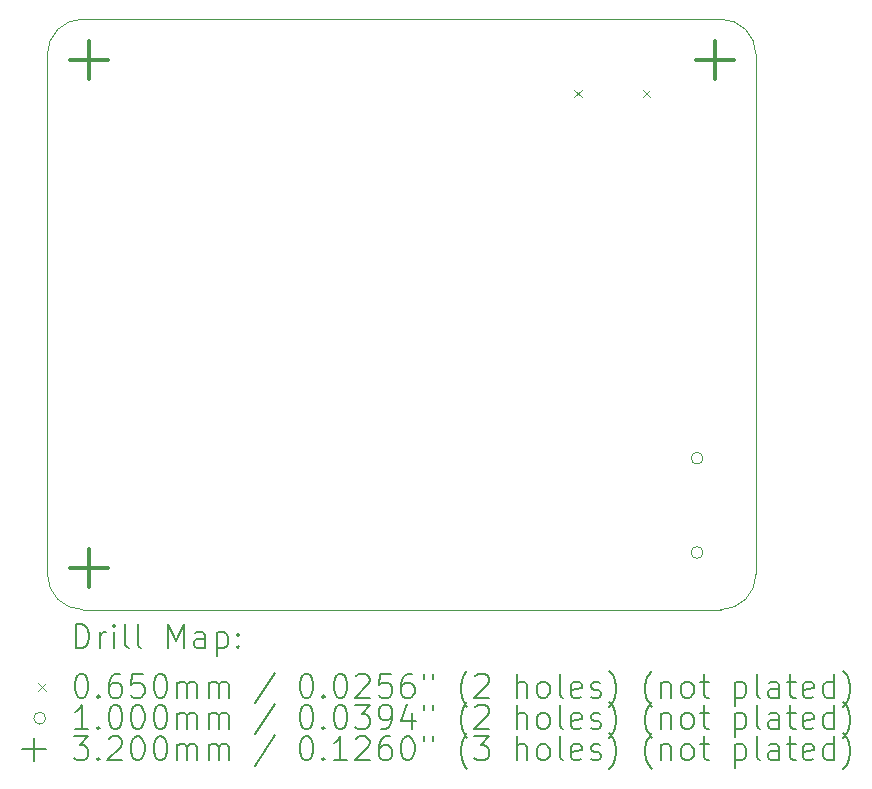
<source format=gbr>
%FSLAX45Y45*%
G04 Gerber Fmt 4.5, Leading zero omitted, Abs format (unit mm)*
G04 Created by KiCad (PCBNEW (5.99.0-11444-g3c721c55de)) date 2021-10-03 12:02:14*
%MOMM*%
%LPD*%
G01*
G04 APERTURE LIST*
%TA.AperFunction,Profile*%
%ADD10C,0.100000*%
%TD*%
%ADD11C,0.200000*%
%ADD12C,0.065000*%
%ADD13C,0.100000*%
%ADD14C,0.320000*%
G04 APERTURE END LIST*
D10*
X5700000Y-5000000D02*
X300000Y-5000000D01*
X6000000Y-300000D02*
X6000000Y-4700000D01*
X300000Y0D02*
X5700000Y0D01*
X0Y-4700000D02*
X0Y-300000D01*
X0Y-4700000D02*
G75*
G03*
X300000Y-5000000I300000J0D01*
G01*
X5700000Y-5000000D02*
G75*
G03*
X6000000Y-4700000I0J300000D01*
G01*
X6000000Y-300000D02*
G75*
G03*
X5700000Y0I-300000J0D01*
G01*
X300000Y0D02*
G75*
G03*
X0Y-300000I0J-300000D01*
G01*
D11*
D12*
X4461320Y-597580D02*
X4526320Y-662580D01*
X4526320Y-597580D02*
X4461320Y-662580D01*
X5039320Y-597580D02*
X5104320Y-662580D01*
X5104320Y-597580D02*
X5039320Y-662580D01*
D13*
X5550880Y-3718360D02*
G75*
G03*
X5550880Y-3718360I-50000J0D01*
G01*
X5550880Y-4516360D02*
G75*
G03*
X5550880Y-4516360I-50000J0D01*
G01*
D14*
X350000Y-190000D02*
X350000Y-510000D01*
X190000Y-350000D02*
X510000Y-350000D01*
X350000Y-4490000D02*
X350000Y-4810000D01*
X190000Y-4650000D02*
X510000Y-4650000D01*
X5650000Y-190000D02*
X5650000Y-510000D01*
X5490000Y-350000D02*
X5810000Y-350000D01*
D11*
X242619Y-5325476D02*
X242619Y-5125476D01*
X290238Y-5125476D01*
X318810Y-5135000D01*
X337857Y-5154048D01*
X347381Y-5173095D01*
X356905Y-5211190D01*
X356905Y-5239762D01*
X347381Y-5277857D01*
X337857Y-5296905D01*
X318810Y-5315952D01*
X290238Y-5325476D01*
X242619Y-5325476D01*
X442619Y-5325476D02*
X442619Y-5192143D01*
X442619Y-5230238D02*
X452143Y-5211190D01*
X461667Y-5201667D01*
X480714Y-5192143D01*
X499762Y-5192143D01*
X566429Y-5325476D02*
X566429Y-5192143D01*
X566429Y-5125476D02*
X556905Y-5135000D01*
X566429Y-5144524D01*
X575952Y-5135000D01*
X566429Y-5125476D01*
X566429Y-5144524D01*
X690238Y-5325476D02*
X671190Y-5315952D01*
X661667Y-5296905D01*
X661667Y-5125476D01*
X795000Y-5325476D02*
X775952Y-5315952D01*
X766428Y-5296905D01*
X766428Y-5125476D01*
X1023571Y-5325476D02*
X1023571Y-5125476D01*
X1090238Y-5268333D01*
X1156905Y-5125476D01*
X1156905Y-5325476D01*
X1337857Y-5325476D02*
X1337857Y-5220714D01*
X1328333Y-5201667D01*
X1309286Y-5192143D01*
X1271190Y-5192143D01*
X1252143Y-5201667D01*
X1337857Y-5315952D02*
X1318810Y-5325476D01*
X1271190Y-5325476D01*
X1252143Y-5315952D01*
X1242619Y-5296905D01*
X1242619Y-5277857D01*
X1252143Y-5258810D01*
X1271190Y-5249286D01*
X1318810Y-5249286D01*
X1337857Y-5239762D01*
X1433095Y-5192143D02*
X1433095Y-5392143D01*
X1433095Y-5201667D02*
X1452143Y-5192143D01*
X1490238Y-5192143D01*
X1509286Y-5201667D01*
X1518809Y-5211190D01*
X1528333Y-5230238D01*
X1528333Y-5287381D01*
X1518809Y-5306429D01*
X1509286Y-5315952D01*
X1490238Y-5325476D01*
X1452143Y-5325476D01*
X1433095Y-5315952D01*
X1614048Y-5306429D02*
X1623571Y-5315952D01*
X1614048Y-5325476D01*
X1604524Y-5315952D01*
X1614048Y-5306429D01*
X1614048Y-5325476D01*
X1614048Y-5201667D02*
X1623571Y-5211190D01*
X1614048Y-5220714D01*
X1604524Y-5211190D01*
X1614048Y-5201667D01*
X1614048Y-5220714D01*
D12*
X-80000Y-5622500D02*
X-15000Y-5687500D01*
X-15000Y-5622500D02*
X-80000Y-5687500D01*
D11*
X280714Y-5545476D02*
X299762Y-5545476D01*
X318810Y-5555000D01*
X328333Y-5564524D01*
X337857Y-5583571D01*
X347381Y-5621667D01*
X347381Y-5669286D01*
X337857Y-5707381D01*
X328333Y-5726428D01*
X318810Y-5735952D01*
X299762Y-5745476D01*
X280714Y-5745476D01*
X261667Y-5735952D01*
X252143Y-5726428D01*
X242619Y-5707381D01*
X233095Y-5669286D01*
X233095Y-5621667D01*
X242619Y-5583571D01*
X252143Y-5564524D01*
X261667Y-5555000D01*
X280714Y-5545476D01*
X433095Y-5726428D02*
X442619Y-5735952D01*
X433095Y-5745476D01*
X423571Y-5735952D01*
X433095Y-5726428D01*
X433095Y-5745476D01*
X614048Y-5545476D02*
X575952Y-5545476D01*
X556905Y-5555000D01*
X547381Y-5564524D01*
X528333Y-5593095D01*
X518809Y-5631190D01*
X518809Y-5707381D01*
X528333Y-5726428D01*
X537857Y-5735952D01*
X556905Y-5745476D01*
X595000Y-5745476D01*
X614048Y-5735952D01*
X623571Y-5726428D01*
X633095Y-5707381D01*
X633095Y-5659762D01*
X623571Y-5640714D01*
X614048Y-5631190D01*
X595000Y-5621667D01*
X556905Y-5621667D01*
X537857Y-5631190D01*
X528333Y-5640714D01*
X518809Y-5659762D01*
X814048Y-5545476D02*
X718809Y-5545476D01*
X709286Y-5640714D01*
X718809Y-5631190D01*
X737857Y-5621667D01*
X785476Y-5621667D01*
X804524Y-5631190D01*
X814048Y-5640714D01*
X823571Y-5659762D01*
X823571Y-5707381D01*
X814048Y-5726428D01*
X804524Y-5735952D01*
X785476Y-5745476D01*
X737857Y-5745476D01*
X718809Y-5735952D01*
X709286Y-5726428D01*
X947381Y-5545476D02*
X966428Y-5545476D01*
X985476Y-5555000D01*
X995000Y-5564524D01*
X1004524Y-5583571D01*
X1014048Y-5621667D01*
X1014048Y-5669286D01*
X1004524Y-5707381D01*
X995000Y-5726428D01*
X985476Y-5735952D01*
X966428Y-5745476D01*
X947381Y-5745476D01*
X928333Y-5735952D01*
X918809Y-5726428D01*
X909286Y-5707381D01*
X899762Y-5669286D01*
X899762Y-5621667D01*
X909286Y-5583571D01*
X918809Y-5564524D01*
X928333Y-5555000D01*
X947381Y-5545476D01*
X1099762Y-5745476D02*
X1099762Y-5612143D01*
X1099762Y-5631190D02*
X1109286Y-5621667D01*
X1128333Y-5612143D01*
X1156905Y-5612143D01*
X1175952Y-5621667D01*
X1185476Y-5640714D01*
X1185476Y-5745476D01*
X1185476Y-5640714D02*
X1195000Y-5621667D01*
X1214048Y-5612143D01*
X1242619Y-5612143D01*
X1261667Y-5621667D01*
X1271190Y-5640714D01*
X1271190Y-5745476D01*
X1366429Y-5745476D02*
X1366429Y-5612143D01*
X1366429Y-5631190D02*
X1375952Y-5621667D01*
X1395000Y-5612143D01*
X1423571Y-5612143D01*
X1442619Y-5621667D01*
X1452143Y-5640714D01*
X1452143Y-5745476D01*
X1452143Y-5640714D02*
X1461667Y-5621667D01*
X1480714Y-5612143D01*
X1509286Y-5612143D01*
X1528333Y-5621667D01*
X1537857Y-5640714D01*
X1537857Y-5745476D01*
X1928333Y-5535952D02*
X1756905Y-5793095D01*
X2185476Y-5545476D02*
X2204524Y-5545476D01*
X2223571Y-5555000D01*
X2233095Y-5564524D01*
X2242619Y-5583571D01*
X2252143Y-5621667D01*
X2252143Y-5669286D01*
X2242619Y-5707381D01*
X2233095Y-5726428D01*
X2223571Y-5735952D01*
X2204524Y-5745476D01*
X2185476Y-5745476D01*
X2166429Y-5735952D01*
X2156905Y-5726428D01*
X2147381Y-5707381D01*
X2137857Y-5669286D01*
X2137857Y-5621667D01*
X2147381Y-5583571D01*
X2156905Y-5564524D01*
X2166429Y-5555000D01*
X2185476Y-5545476D01*
X2337857Y-5726428D02*
X2347381Y-5735952D01*
X2337857Y-5745476D01*
X2328333Y-5735952D01*
X2337857Y-5726428D01*
X2337857Y-5745476D01*
X2471190Y-5545476D02*
X2490238Y-5545476D01*
X2509286Y-5555000D01*
X2518810Y-5564524D01*
X2528333Y-5583571D01*
X2537857Y-5621667D01*
X2537857Y-5669286D01*
X2528333Y-5707381D01*
X2518810Y-5726428D01*
X2509286Y-5735952D01*
X2490238Y-5745476D01*
X2471190Y-5745476D01*
X2452143Y-5735952D01*
X2442619Y-5726428D01*
X2433095Y-5707381D01*
X2423571Y-5669286D01*
X2423571Y-5621667D01*
X2433095Y-5583571D01*
X2442619Y-5564524D01*
X2452143Y-5555000D01*
X2471190Y-5545476D01*
X2614048Y-5564524D02*
X2623571Y-5555000D01*
X2642619Y-5545476D01*
X2690238Y-5545476D01*
X2709286Y-5555000D01*
X2718810Y-5564524D01*
X2728333Y-5583571D01*
X2728333Y-5602619D01*
X2718810Y-5631190D01*
X2604524Y-5745476D01*
X2728333Y-5745476D01*
X2909286Y-5545476D02*
X2814048Y-5545476D01*
X2804524Y-5640714D01*
X2814048Y-5631190D01*
X2833095Y-5621667D01*
X2880714Y-5621667D01*
X2899762Y-5631190D01*
X2909286Y-5640714D01*
X2918809Y-5659762D01*
X2918809Y-5707381D01*
X2909286Y-5726428D01*
X2899762Y-5735952D01*
X2880714Y-5745476D01*
X2833095Y-5745476D01*
X2814048Y-5735952D01*
X2804524Y-5726428D01*
X3090238Y-5545476D02*
X3052143Y-5545476D01*
X3033095Y-5555000D01*
X3023571Y-5564524D01*
X3004524Y-5593095D01*
X2995000Y-5631190D01*
X2995000Y-5707381D01*
X3004524Y-5726428D01*
X3014048Y-5735952D01*
X3033095Y-5745476D01*
X3071190Y-5745476D01*
X3090238Y-5735952D01*
X3099762Y-5726428D01*
X3109286Y-5707381D01*
X3109286Y-5659762D01*
X3099762Y-5640714D01*
X3090238Y-5631190D01*
X3071190Y-5621667D01*
X3033095Y-5621667D01*
X3014048Y-5631190D01*
X3004524Y-5640714D01*
X2995000Y-5659762D01*
X3185476Y-5545476D02*
X3185476Y-5583571D01*
X3261667Y-5545476D02*
X3261667Y-5583571D01*
X3556905Y-5821667D02*
X3547381Y-5812143D01*
X3528333Y-5783571D01*
X3518809Y-5764524D01*
X3509286Y-5735952D01*
X3499762Y-5688333D01*
X3499762Y-5650238D01*
X3509286Y-5602619D01*
X3518809Y-5574048D01*
X3528333Y-5555000D01*
X3547381Y-5526429D01*
X3556905Y-5516905D01*
X3623571Y-5564524D02*
X3633095Y-5555000D01*
X3652143Y-5545476D01*
X3699762Y-5545476D01*
X3718809Y-5555000D01*
X3728333Y-5564524D01*
X3737857Y-5583571D01*
X3737857Y-5602619D01*
X3728333Y-5631190D01*
X3614048Y-5745476D01*
X3737857Y-5745476D01*
X3975952Y-5745476D02*
X3975952Y-5545476D01*
X4061667Y-5745476D02*
X4061667Y-5640714D01*
X4052143Y-5621667D01*
X4033095Y-5612143D01*
X4004524Y-5612143D01*
X3985476Y-5621667D01*
X3975952Y-5631190D01*
X4185476Y-5745476D02*
X4166428Y-5735952D01*
X4156905Y-5726428D01*
X4147381Y-5707381D01*
X4147381Y-5650238D01*
X4156905Y-5631190D01*
X4166428Y-5621667D01*
X4185476Y-5612143D01*
X4214048Y-5612143D01*
X4233095Y-5621667D01*
X4242619Y-5631190D01*
X4252143Y-5650238D01*
X4252143Y-5707381D01*
X4242619Y-5726428D01*
X4233095Y-5735952D01*
X4214048Y-5745476D01*
X4185476Y-5745476D01*
X4366429Y-5745476D02*
X4347381Y-5735952D01*
X4337857Y-5716905D01*
X4337857Y-5545476D01*
X4518810Y-5735952D02*
X4499762Y-5745476D01*
X4461667Y-5745476D01*
X4442619Y-5735952D01*
X4433095Y-5716905D01*
X4433095Y-5640714D01*
X4442619Y-5621667D01*
X4461667Y-5612143D01*
X4499762Y-5612143D01*
X4518810Y-5621667D01*
X4528333Y-5640714D01*
X4528333Y-5659762D01*
X4433095Y-5678809D01*
X4604524Y-5735952D02*
X4623571Y-5745476D01*
X4661667Y-5745476D01*
X4680714Y-5735952D01*
X4690238Y-5716905D01*
X4690238Y-5707381D01*
X4680714Y-5688333D01*
X4661667Y-5678809D01*
X4633095Y-5678809D01*
X4614048Y-5669286D01*
X4604524Y-5650238D01*
X4604524Y-5640714D01*
X4614048Y-5621667D01*
X4633095Y-5612143D01*
X4661667Y-5612143D01*
X4680714Y-5621667D01*
X4756905Y-5821667D02*
X4766429Y-5812143D01*
X4785476Y-5783571D01*
X4795000Y-5764524D01*
X4804524Y-5735952D01*
X4814048Y-5688333D01*
X4814048Y-5650238D01*
X4804524Y-5602619D01*
X4795000Y-5574048D01*
X4785476Y-5555000D01*
X4766429Y-5526429D01*
X4756905Y-5516905D01*
X5118810Y-5821667D02*
X5109286Y-5812143D01*
X5090238Y-5783571D01*
X5080714Y-5764524D01*
X5071190Y-5735952D01*
X5061667Y-5688333D01*
X5061667Y-5650238D01*
X5071190Y-5602619D01*
X5080714Y-5574048D01*
X5090238Y-5555000D01*
X5109286Y-5526429D01*
X5118810Y-5516905D01*
X5195000Y-5612143D02*
X5195000Y-5745476D01*
X5195000Y-5631190D02*
X5204524Y-5621667D01*
X5223571Y-5612143D01*
X5252143Y-5612143D01*
X5271190Y-5621667D01*
X5280714Y-5640714D01*
X5280714Y-5745476D01*
X5404524Y-5745476D02*
X5385476Y-5735952D01*
X5375952Y-5726428D01*
X5366429Y-5707381D01*
X5366429Y-5650238D01*
X5375952Y-5631190D01*
X5385476Y-5621667D01*
X5404524Y-5612143D01*
X5433095Y-5612143D01*
X5452143Y-5621667D01*
X5461667Y-5631190D01*
X5471190Y-5650238D01*
X5471190Y-5707381D01*
X5461667Y-5726428D01*
X5452143Y-5735952D01*
X5433095Y-5745476D01*
X5404524Y-5745476D01*
X5528333Y-5612143D02*
X5604524Y-5612143D01*
X5556905Y-5545476D02*
X5556905Y-5716905D01*
X5566429Y-5735952D01*
X5585476Y-5745476D01*
X5604524Y-5745476D01*
X5823571Y-5612143D02*
X5823571Y-5812143D01*
X5823571Y-5621667D02*
X5842619Y-5612143D01*
X5880714Y-5612143D01*
X5899762Y-5621667D01*
X5909286Y-5631190D01*
X5918809Y-5650238D01*
X5918809Y-5707381D01*
X5909286Y-5726428D01*
X5899762Y-5735952D01*
X5880714Y-5745476D01*
X5842619Y-5745476D01*
X5823571Y-5735952D01*
X6033095Y-5745476D02*
X6014048Y-5735952D01*
X6004524Y-5716905D01*
X6004524Y-5545476D01*
X6195000Y-5745476D02*
X6195000Y-5640714D01*
X6185476Y-5621667D01*
X6166428Y-5612143D01*
X6128333Y-5612143D01*
X6109286Y-5621667D01*
X6195000Y-5735952D02*
X6175952Y-5745476D01*
X6128333Y-5745476D01*
X6109286Y-5735952D01*
X6099762Y-5716905D01*
X6099762Y-5697857D01*
X6109286Y-5678809D01*
X6128333Y-5669286D01*
X6175952Y-5669286D01*
X6195000Y-5659762D01*
X6261667Y-5612143D02*
X6337857Y-5612143D01*
X6290238Y-5545476D02*
X6290238Y-5716905D01*
X6299762Y-5735952D01*
X6318809Y-5745476D01*
X6337857Y-5745476D01*
X6480714Y-5735952D02*
X6461667Y-5745476D01*
X6423571Y-5745476D01*
X6404524Y-5735952D01*
X6395000Y-5716905D01*
X6395000Y-5640714D01*
X6404524Y-5621667D01*
X6423571Y-5612143D01*
X6461667Y-5612143D01*
X6480714Y-5621667D01*
X6490238Y-5640714D01*
X6490238Y-5659762D01*
X6395000Y-5678809D01*
X6661667Y-5745476D02*
X6661667Y-5545476D01*
X6661667Y-5735952D02*
X6642619Y-5745476D01*
X6604524Y-5745476D01*
X6585476Y-5735952D01*
X6575952Y-5726428D01*
X6566428Y-5707381D01*
X6566428Y-5650238D01*
X6575952Y-5631190D01*
X6585476Y-5621667D01*
X6604524Y-5612143D01*
X6642619Y-5612143D01*
X6661667Y-5621667D01*
X6737857Y-5821667D02*
X6747381Y-5812143D01*
X6766428Y-5783571D01*
X6775952Y-5764524D01*
X6785476Y-5735952D01*
X6795000Y-5688333D01*
X6795000Y-5650238D01*
X6785476Y-5602619D01*
X6775952Y-5574048D01*
X6766428Y-5555000D01*
X6747381Y-5526429D01*
X6737857Y-5516905D01*
D13*
X-15000Y-5919000D02*
G75*
G03*
X-15000Y-5919000I-50000J0D01*
G01*
D11*
X347381Y-6009476D02*
X233095Y-6009476D01*
X290238Y-6009476D02*
X290238Y-5809476D01*
X271190Y-5838048D01*
X252143Y-5857095D01*
X233095Y-5866619D01*
X433095Y-5990428D02*
X442619Y-5999952D01*
X433095Y-6009476D01*
X423571Y-5999952D01*
X433095Y-5990428D01*
X433095Y-6009476D01*
X566429Y-5809476D02*
X585476Y-5809476D01*
X604524Y-5819000D01*
X614048Y-5828524D01*
X623571Y-5847571D01*
X633095Y-5885667D01*
X633095Y-5933286D01*
X623571Y-5971381D01*
X614048Y-5990428D01*
X604524Y-5999952D01*
X585476Y-6009476D01*
X566429Y-6009476D01*
X547381Y-5999952D01*
X537857Y-5990428D01*
X528333Y-5971381D01*
X518809Y-5933286D01*
X518809Y-5885667D01*
X528333Y-5847571D01*
X537857Y-5828524D01*
X547381Y-5819000D01*
X566429Y-5809476D01*
X756905Y-5809476D02*
X775952Y-5809476D01*
X795000Y-5819000D01*
X804524Y-5828524D01*
X814048Y-5847571D01*
X823571Y-5885667D01*
X823571Y-5933286D01*
X814048Y-5971381D01*
X804524Y-5990428D01*
X795000Y-5999952D01*
X775952Y-6009476D01*
X756905Y-6009476D01*
X737857Y-5999952D01*
X728333Y-5990428D01*
X718809Y-5971381D01*
X709286Y-5933286D01*
X709286Y-5885667D01*
X718809Y-5847571D01*
X728333Y-5828524D01*
X737857Y-5819000D01*
X756905Y-5809476D01*
X947381Y-5809476D02*
X966428Y-5809476D01*
X985476Y-5819000D01*
X995000Y-5828524D01*
X1004524Y-5847571D01*
X1014048Y-5885667D01*
X1014048Y-5933286D01*
X1004524Y-5971381D01*
X995000Y-5990428D01*
X985476Y-5999952D01*
X966428Y-6009476D01*
X947381Y-6009476D01*
X928333Y-5999952D01*
X918809Y-5990428D01*
X909286Y-5971381D01*
X899762Y-5933286D01*
X899762Y-5885667D01*
X909286Y-5847571D01*
X918809Y-5828524D01*
X928333Y-5819000D01*
X947381Y-5809476D01*
X1099762Y-6009476D02*
X1099762Y-5876143D01*
X1099762Y-5895190D02*
X1109286Y-5885667D01*
X1128333Y-5876143D01*
X1156905Y-5876143D01*
X1175952Y-5885667D01*
X1185476Y-5904714D01*
X1185476Y-6009476D01*
X1185476Y-5904714D02*
X1195000Y-5885667D01*
X1214048Y-5876143D01*
X1242619Y-5876143D01*
X1261667Y-5885667D01*
X1271190Y-5904714D01*
X1271190Y-6009476D01*
X1366429Y-6009476D02*
X1366429Y-5876143D01*
X1366429Y-5895190D02*
X1375952Y-5885667D01*
X1395000Y-5876143D01*
X1423571Y-5876143D01*
X1442619Y-5885667D01*
X1452143Y-5904714D01*
X1452143Y-6009476D01*
X1452143Y-5904714D02*
X1461667Y-5885667D01*
X1480714Y-5876143D01*
X1509286Y-5876143D01*
X1528333Y-5885667D01*
X1537857Y-5904714D01*
X1537857Y-6009476D01*
X1928333Y-5799952D02*
X1756905Y-6057095D01*
X2185476Y-5809476D02*
X2204524Y-5809476D01*
X2223571Y-5819000D01*
X2233095Y-5828524D01*
X2242619Y-5847571D01*
X2252143Y-5885667D01*
X2252143Y-5933286D01*
X2242619Y-5971381D01*
X2233095Y-5990428D01*
X2223571Y-5999952D01*
X2204524Y-6009476D01*
X2185476Y-6009476D01*
X2166429Y-5999952D01*
X2156905Y-5990428D01*
X2147381Y-5971381D01*
X2137857Y-5933286D01*
X2137857Y-5885667D01*
X2147381Y-5847571D01*
X2156905Y-5828524D01*
X2166429Y-5819000D01*
X2185476Y-5809476D01*
X2337857Y-5990428D02*
X2347381Y-5999952D01*
X2337857Y-6009476D01*
X2328333Y-5999952D01*
X2337857Y-5990428D01*
X2337857Y-6009476D01*
X2471190Y-5809476D02*
X2490238Y-5809476D01*
X2509286Y-5819000D01*
X2518810Y-5828524D01*
X2528333Y-5847571D01*
X2537857Y-5885667D01*
X2537857Y-5933286D01*
X2528333Y-5971381D01*
X2518810Y-5990428D01*
X2509286Y-5999952D01*
X2490238Y-6009476D01*
X2471190Y-6009476D01*
X2452143Y-5999952D01*
X2442619Y-5990428D01*
X2433095Y-5971381D01*
X2423571Y-5933286D01*
X2423571Y-5885667D01*
X2433095Y-5847571D01*
X2442619Y-5828524D01*
X2452143Y-5819000D01*
X2471190Y-5809476D01*
X2604524Y-5809476D02*
X2728333Y-5809476D01*
X2661667Y-5885667D01*
X2690238Y-5885667D01*
X2709286Y-5895190D01*
X2718810Y-5904714D01*
X2728333Y-5923762D01*
X2728333Y-5971381D01*
X2718810Y-5990428D01*
X2709286Y-5999952D01*
X2690238Y-6009476D01*
X2633095Y-6009476D01*
X2614048Y-5999952D01*
X2604524Y-5990428D01*
X2823571Y-6009476D02*
X2861667Y-6009476D01*
X2880714Y-5999952D01*
X2890238Y-5990428D01*
X2909286Y-5961857D01*
X2918809Y-5923762D01*
X2918809Y-5847571D01*
X2909286Y-5828524D01*
X2899762Y-5819000D01*
X2880714Y-5809476D01*
X2842619Y-5809476D01*
X2823571Y-5819000D01*
X2814048Y-5828524D01*
X2804524Y-5847571D01*
X2804524Y-5895190D01*
X2814048Y-5914238D01*
X2823571Y-5923762D01*
X2842619Y-5933286D01*
X2880714Y-5933286D01*
X2899762Y-5923762D01*
X2909286Y-5914238D01*
X2918809Y-5895190D01*
X3090238Y-5876143D02*
X3090238Y-6009476D01*
X3042619Y-5799952D02*
X2995000Y-5942809D01*
X3118809Y-5942809D01*
X3185476Y-5809476D02*
X3185476Y-5847571D01*
X3261667Y-5809476D02*
X3261667Y-5847571D01*
X3556905Y-6085667D02*
X3547381Y-6076143D01*
X3528333Y-6047571D01*
X3518809Y-6028524D01*
X3509286Y-5999952D01*
X3499762Y-5952333D01*
X3499762Y-5914238D01*
X3509286Y-5866619D01*
X3518809Y-5838048D01*
X3528333Y-5819000D01*
X3547381Y-5790428D01*
X3556905Y-5780905D01*
X3623571Y-5828524D02*
X3633095Y-5819000D01*
X3652143Y-5809476D01*
X3699762Y-5809476D01*
X3718809Y-5819000D01*
X3728333Y-5828524D01*
X3737857Y-5847571D01*
X3737857Y-5866619D01*
X3728333Y-5895190D01*
X3614048Y-6009476D01*
X3737857Y-6009476D01*
X3975952Y-6009476D02*
X3975952Y-5809476D01*
X4061667Y-6009476D02*
X4061667Y-5904714D01*
X4052143Y-5885667D01*
X4033095Y-5876143D01*
X4004524Y-5876143D01*
X3985476Y-5885667D01*
X3975952Y-5895190D01*
X4185476Y-6009476D02*
X4166428Y-5999952D01*
X4156905Y-5990428D01*
X4147381Y-5971381D01*
X4147381Y-5914238D01*
X4156905Y-5895190D01*
X4166428Y-5885667D01*
X4185476Y-5876143D01*
X4214048Y-5876143D01*
X4233095Y-5885667D01*
X4242619Y-5895190D01*
X4252143Y-5914238D01*
X4252143Y-5971381D01*
X4242619Y-5990428D01*
X4233095Y-5999952D01*
X4214048Y-6009476D01*
X4185476Y-6009476D01*
X4366429Y-6009476D02*
X4347381Y-5999952D01*
X4337857Y-5980905D01*
X4337857Y-5809476D01*
X4518810Y-5999952D02*
X4499762Y-6009476D01*
X4461667Y-6009476D01*
X4442619Y-5999952D01*
X4433095Y-5980905D01*
X4433095Y-5904714D01*
X4442619Y-5885667D01*
X4461667Y-5876143D01*
X4499762Y-5876143D01*
X4518810Y-5885667D01*
X4528333Y-5904714D01*
X4528333Y-5923762D01*
X4433095Y-5942809D01*
X4604524Y-5999952D02*
X4623571Y-6009476D01*
X4661667Y-6009476D01*
X4680714Y-5999952D01*
X4690238Y-5980905D01*
X4690238Y-5971381D01*
X4680714Y-5952333D01*
X4661667Y-5942809D01*
X4633095Y-5942809D01*
X4614048Y-5933286D01*
X4604524Y-5914238D01*
X4604524Y-5904714D01*
X4614048Y-5885667D01*
X4633095Y-5876143D01*
X4661667Y-5876143D01*
X4680714Y-5885667D01*
X4756905Y-6085667D02*
X4766429Y-6076143D01*
X4785476Y-6047571D01*
X4795000Y-6028524D01*
X4804524Y-5999952D01*
X4814048Y-5952333D01*
X4814048Y-5914238D01*
X4804524Y-5866619D01*
X4795000Y-5838048D01*
X4785476Y-5819000D01*
X4766429Y-5790428D01*
X4756905Y-5780905D01*
X5118810Y-6085667D02*
X5109286Y-6076143D01*
X5090238Y-6047571D01*
X5080714Y-6028524D01*
X5071190Y-5999952D01*
X5061667Y-5952333D01*
X5061667Y-5914238D01*
X5071190Y-5866619D01*
X5080714Y-5838048D01*
X5090238Y-5819000D01*
X5109286Y-5790428D01*
X5118810Y-5780905D01*
X5195000Y-5876143D02*
X5195000Y-6009476D01*
X5195000Y-5895190D02*
X5204524Y-5885667D01*
X5223571Y-5876143D01*
X5252143Y-5876143D01*
X5271190Y-5885667D01*
X5280714Y-5904714D01*
X5280714Y-6009476D01*
X5404524Y-6009476D02*
X5385476Y-5999952D01*
X5375952Y-5990428D01*
X5366429Y-5971381D01*
X5366429Y-5914238D01*
X5375952Y-5895190D01*
X5385476Y-5885667D01*
X5404524Y-5876143D01*
X5433095Y-5876143D01*
X5452143Y-5885667D01*
X5461667Y-5895190D01*
X5471190Y-5914238D01*
X5471190Y-5971381D01*
X5461667Y-5990428D01*
X5452143Y-5999952D01*
X5433095Y-6009476D01*
X5404524Y-6009476D01*
X5528333Y-5876143D02*
X5604524Y-5876143D01*
X5556905Y-5809476D02*
X5556905Y-5980905D01*
X5566429Y-5999952D01*
X5585476Y-6009476D01*
X5604524Y-6009476D01*
X5823571Y-5876143D02*
X5823571Y-6076143D01*
X5823571Y-5885667D02*
X5842619Y-5876143D01*
X5880714Y-5876143D01*
X5899762Y-5885667D01*
X5909286Y-5895190D01*
X5918809Y-5914238D01*
X5918809Y-5971381D01*
X5909286Y-5990428D01*
X5899762Y-5999952D01*
X5880714Y-6009476D01*
X5842619Y-6009476D01*
X5823571Y-5999952D01*
X6033095Y-6009476D02*
X6014048Y-5999952D01*
X6004524Y-5980905D01*
X6004524Y-5809476D01*
X6195000Y-6009476D02*
X6195000Y-5904714D01*
X6185476Y-5885667D01*
X6166428Y-5876143D01*
X6128333Y-5876143D01*
X6109286Y-5885667D01*
X6195000Y-5999952D02*
X6175952Y-6009476D01*
X6128333Y-6009476D01*
X6109286Y-5999952D01*
X6099762Y-5980905D01*
X6099762Y-5961857D01*
X6109286Y-5942809D01*
X6128333Y-5933286D01*
X6175952Y-5933286D01*
X6195000Y-5923762D01*
X6261667Y-5876143D02*
X6337857Y-5876143D01*
X6290238Y-5809476D02*
X6290238Y-5980905D01*
X6299762Y-5999952D01*
X6318809Y-6009476D01*
X6337857Y-6009476D01*
X6480714Y-5999952D02*
X6461667Y-6009476D01*
X6423571Y-6009476D01*
X6404524Y-5999952D01*
X6395000Y-5980905D01*
X6395000Y-5904714D01*
X6404524Y-5885667D01*
X6423571Y-5876143D01*
X6461667Y-5876143D01*
X6480714Y-5885667D01*
X6490238Y-5904714D01*
X6490238Y-5923762D01*
X6395000Y-5942809D01*
X6661667Y-6009476D02*
X6661667Y-5809476D01*
X6661667Y-5999952D02*
X6642619Y-6009476D01*
X6604524Y-6009476D01*
X6585476Y-5999952D01*
X6575952Y-5990428D01*
X6566428Y-5971381D01*
X6566428Y-5914238D01*
X6575952Y-5895190D01*
X6585476Y-5885667D01*
X6604524Y-5876143D01*
X6642619Y-5876143D01*
X6661667Y-5885667D01*
X6737857Y-6085667D02*
X6747381Y-6076143D01*
X6766428Y-6047571D01*
X6775952Y-6028524D01*
X6785476Y-5999952D01*
X6795000Y-5952333D01*
X6795000Y-5914238D01*
X6785476Y-5866619D01*
X6775952Y-5838048D01*
X6766428Y-5819000D01*
X6747381Y-5790428D01*
X6737857Y-5780905D01*
X-115000Y-6083000D02*
X-115000Y-6283000D01*
X-215000Y-6183000D02*
X-15000Y-6183000D01*
X223571Y-6073476D02*
X347381Y-6073476D01*
X280714Y-6149667D01*
X309286Y-6149667D01*
X328333Y-6159190D01*
X337857Y-6168714D01*
X347381Y-6187762D01*
X347381Y-6235381D01*
X337857Y-6254428D01*
X328333Y-6263952D01*
X309286Y-6273476D01*
X252143Y-6273476D01*
X233095Y-6263952D01*
X223571Y-6254428D01*
X433095Y-6254428D02*
X442619Y-6263952D01*
X433095Y-6273476D01*
X423571Y-6263952D01*
X433095Y-6254428D01*
X433095Y-6273476D01*
X518809Y-6092524D02*
X528333Y-6083000D01*
X547381Y-6073476D01*
X595000Y-6073476D01*
X614048Y-6083000D01*
X623571Y-6092524D01*
X633095Y-6111571D01*
X633095Y-6130619D01*
X623571Y-6159190D01*
X509286Y-6273476D01*
X633095Y-6273476D01*
X756905Y-6073476D02*
X775952Y-6073476D01*
X795000Y-6083000D01*
X804524Y-6092524D01*
X814048Y-6111571D01*
X823571Y-6149667D01*
X823571Y-6197286D01*
X814048Y-6235381D01*
X804524Y-6254428D01*
X795000Y-6263952D01*
X775952Y-6273476D01*
X756905Y-6273476D01*
X737857Y-6263952D01*
X728333Y-6254428D01*
X718809Y-6235381D01*
X709286Y-6197286D01*
X709286Y-6149667D01*
X718809Y-6111571D01*
X728333Y-6092524D01*
X737857Y-6083000D01*
X756905Y-6073476D01*
X947381Y-6073476D02*
X966428Y-6073476D01*
X985476Y-6083000D01*
X995000Y-6092524D01*
X1004524Y-6111571D01*
X1014048Y-6149667D01*
X1014048Y-6197286D01*
X1004524Y-6235381D01*
X995000Y-6254428D01*
X985476Y-6263952D01*
X966428Y-6273476D01*
X947381Y-6273476D01*
X928333Y-6263952D01*
X918809Y-6254428D01*
X909286Y-6235381D01*
X899762Y-6197286D01*
X899762Y-6149667D01*
X909286Y-6111571D01*
X918809Y-6092524D01*
X928333Y-6083000D01*
X947381Y-6073476D01*
X1099762Y-6273476D02*
X1099762Y-6140143D01*
X1099762Y-6159190D02*
X1109286Y-6149667D01*
X1128333Y-6140143D01*
X1156905Y-6140143D01*
X1175952Y-6149667D01*
X1185476Y-6168714D01*
X1185476Y-6273476D01*
X1185476Y-6168714D02*
X1195000Y-6149667D01*
X1214048Y-6140143D01*
X1242619Y-6140143D01*
X1261667Y-6149667D01*
X1271190Y-6168714D01*
X1271190Y-6273476D01*
X1366429Y-6273476D02*
X1366429Y-6140143D01*
X1366429Y-6159190D02*
X1375952Y-6149667D01*
X1395000Y-6140143D01*
X1423571Y-6140143D01*
X1442619Y-6149667D01*
X1452143Y-6168714D01*
X1452143Y-6273476D01*
X1452143Y-6168714D02*
X1461667Y-6149667D01*
X1480714Y-6140143D01*
X1509286Y-6140143D01*
X1528333Y-6149667D01*
X1537857Y-6168714D01*
X1537857Y-6273476D01*
X1928333Y-6063952D02*
X1756905Y-6321095D01*
X2185476Y-6073476D02*
X2204524Y-6073476D01*
X2223571Y-6083000D01*
X2233095Y-6092524D01*
X2242619Y-6111571D01*
X2252143Y-6149667D01*
X2252143Y-6197286D01*
X2242619Y-6235381D01*
X2233095Y-6254428D01*
X2223571Y-6263952D01*
X2204524Y-6273476D01*
X2185476Y-6273476D01*
X2166429Y-6263952D01*
X2156905Y-6254428D01*
X2147381Y-6235381D01*
X2137857Y-6197286D01*
X2137857Y-6149667D01*
X2147381Y-6111571D01*
X2156905Y-6092524D01*
X2166429Y-6083000D01*
X2185476Y-6073476D01*
X2337857Y-6254428D02*
X2347381Y-6263952D01*
X2337857Y-6273476D01*
X2328333Y-6263952D01*
X2337857Y-6254428D01*
X2337857Y-6273476D01*
X2537857Y-6273476D02*
X2423571Y-6273476D01*
X2480714Y-6273476D02*
X2480714Y-6073476D01*
X2461667Y-6102048D01*
X2442619Y-6121095D01*
X2423571Y-6130619D01*
X2614048Y-6092524D02*
X2623571Y-6083000D01*
X2642619Y-6073476D01*
X2690238Y-6073476D01*
X2709286Y-6083000D01*
X2718810Y-6092524D01*
X2728333Y-6111571D01*
X2728333Y-6130619D01*
X2718810Y-6159190D01*
X2604524Y-6273476D01*
X2728333Y-6273476D01*
X2899762Y-6073476D02*
X2861667Y-6073476D01*
X2842619Y-6083000D01*
X2833095Y-6092524D01*
X2814048Y-6121095D01*
X2804524Y-6159190D01*
X2804524Y-6235381D01*
X2814048Y-6254428D01*
X2823571Y-6263952D01*
X2842619Y-6273476D01*
X2880714Y-6273476D01*
X2899762Y-6263952D01*
X2909286Y-6254428D01*
X2918809Y-6235381D01*
X2918809Y-6187762D01*
X2909286Y-6168714D01*
X2899762Y-6159190D01*
X2880714Y-6149667D01*
X2842619Y-6149667D01*
X2823571Y-6159190D01*
X2814048Y-6168714D01*
X2804524Y-6187762D01*
X3042619Y-6073476D02*
X3061667Y-6073476D01*
X3080714Y-6083000D01*
X3090238Y-6092524D01*
X3099762Y-6111571D01*
X3109286Y-6149667D01*
X3109286Y-6197286D01*
X3099762Y-6235381D01*
X3090238Y-6254428D01*
X3080714Y-6263952D01*
X3061667Y-6273476D01*
X3042619Y-6273476D01*
X3023571Y-6263952D01*
X3014048Y-6254428D01*
X3004524Y-6235381D01*
X2995000Y-6197286D01*
X2995000Y-6149667D01*
X3004524Y-6111571D01*
X3014048Y-6092524D01*
X3023571Y-6083000D01*
X3042619Y-6073476D01*
X3185476Y-6073476D02*
X3185476Y-6111571D01*
X3261667Y-6073476D02*
X3261667Y-6111571D01*
X3556905Y-6349667D02*
X3547381Y-6340143D01*
X3528333Y-6311571D01*
X3518809Y-6292524D01*
X3509286Y-6263952D01*
X3499762Y-6216333D01*
X3499762Y-6178238D01*
X3509286Y-6130619D01*
X3518809Y-6102048D01*
X3528333Y-6083000D01*
X3547381Y-6054428D01*
X3556905Y-6044905D01*
X3614048Y-6073476D02*
X3737857Y-6073476D01*
X3671190Y-6149667D01*
X3699762Y-6149667D01*
X3718809Y-6159190D01*
X3728333Y-6168714D01*
X3737857Y-6187762D01*
X3737857Y-6235381D01*
X3728333Y-6254428D01*
X3718809Y-6263952D01*
X3699762Y-6273476D01*
X3642619Y-6273476D01*
X3623571Y-6263952D01*
X3614048Y-6254428D01*
X3975952Y-6273476D02*
X3975952Y-6073476D01*
X4061667Y-6273476D02*
X4061667Y-6168714D01*
X4052143Y-6149667D01*
X4033095Y-6140143D01*
X4004524Y-6140143D01*
X3985476Y-6149667D01*
X3975952Y-6159190D01*
X4185476Y-6273476D02*
X4166428Y-6263952D01*
X4156905Y-6254428D01*
X4147381Y-6235381D01*
X4147381Y-6178238D01*
X4156905Y-6159190D01*
X4166428Y-6149667D01*
X4185476Y-6140143D01*
X4214048Y-6140143D01*
X4233095Y-6149667D01*
X4242619Y-6159190D01*
X4252143Y-6178238D01*
X4252143Y-6235381D01*
X4242619Y-6254428D01*
X4233095Y-6263952D01*
X4214048Y-6273476D01*
X4185476Y-6273476D01*
X4366429Y-6273476D02*
X4347381Y-6263952D01*
X4337857Y-6244905D01*
X4337857Y-6073476D01*
X4518810Y-6263952D02*
X4499762Y-6273476D01*
X4461667Y-6273476D01*
X4442619Y-6263952D01*
X4433095Y-6244905D01*
X4433095Y-6168714D01*
X4442619Y-6149667D01*
X4461667Y-6140143D01*
X4499762Y-6140143D01*
X4518810Y-6149667D01*
X4528333Y-6168714D01*
X4528333Y-6187762D01*
X4433095Y-6206809D01*
X4604524Y-6263952D02*
X4623571Y-6273476D01*
X4661667Y-6273476D01*
X4680714Y-6263952D01*
X4690238Y-6244905D01*
X4690238Y-6235381D01*
X4680714Y-6216333D01*
X4661667Y-6206809D01*
X4633095Y-6206809D01*
X4614048Y-6197286D01*
X4604524Y-6178238D01*
X4604524Y-6168714D01*
X4614048Y-6149667D01*
X4633095Y-6140143D01*
X4661667Y-6140143D01*
X4680714Y-6149667D01*
X4756905Y-6349667D02*
X4766429Y-6340143D01*
X4785476Y-6311571D01*
X4795000Y-6292524D01*
X4804524Y-6263952D01*
X4814048Y-6216333D01*
X4814048Y-6178238D01*
X4804524Y-6130619D01*
X4795000Y-6102048D01*
X4785476Y-6083000D01*
X4766429Y-6054428D01*
X4756905Y-6044905D01*
X5118810Y-6349667D02*
X5109286Y-6340143D01*
X5090238Y-6311571D01*
X5080714Y-6292524D01*
X5071190Y-6263952D01*
X5061667Y-6216333D01*
X5061667Y-6178238D01*
X5071190Y-6130619D01*
X5080714Y-6102048D01*
X5090238Y-6083000D01*
X5109286Y-6054428D01*
X5118810Y-6044905D01*
X5195000Y-6140143D02*
X5195000Y-6273476D01*
X5195000Y-6159190D02*
X5204524Y-6149667D01*
X5223571Y-6140143D01*
X5252143Y-6140143D01*
X5271190Y-6149667D01*
X5280714Y-6168714D01*
X5280714Y-6273476D01*
X5404524Y-6273476D02*
X5385476Y-6263952D01*
X5375952Y-6254428D01*
X5366429Y-6235381D01*
X5366429Y-6178238D01*
X5375952Y-6159190D01*
X5385476Y-6149667D01*
X5404524Y-6140143D01*
X5433095Y-6140143D01*
X5452143Y-6149667D01*
X5461667Y-6159190D01*
X5471190Y-6178238D01*
X5471190Y-6235381D01*
X5461667Y-6254428D01*
X5452143Y-6263952D01*
X5433095Y-6273476D01*
X5404524Y-6273476D01*
X5528333Y-6140143D02*
X5604524Y-6140143D01*
X5556905Y-6073476D02*
X5556905Y-6244905D01*
X5566429Y-6263952D01*
X5585476Y-6273476D01*
X5604524Y-6273476D01*
X5823571Y-6140143D02*
X5823571Y-6340143D01*
X5823571Y-6149667D02*
X5842619Y-6140143D01*
X5880714Y-6140143D01*
X5899762Y-6149667D01*
X5909286Y-6159190D01*
X5918809Y-6178238D01*
X5918809Y-6235381D01*
X5909286Y-6254428D01*
X5899762Y-6263952D01*
X5880714Y-6273476D01*
X5842619Y-6273476D01*
X5823571Y-6263952D01*
X6033095Y-6273476D02*
X6014048Y-6263952D01*
X6004524Y-6244905D01*
X6004524Y-6073476D01*
X6195000Y-6273476D02*
X6195000Y-6168714D01*
X6185476Y-6149667D01*
X6166428Y-6140143D01*
X6128333Y-6140143D01*
X6109286Y-6149667D01*
X6195000Y-6263952D02*
X6175952Y-6273476D01*
X6128333Y-6273476D01*
X6109286Y-6263952D01*
X6099762Y-6244905D01*
X6099762Y-6225857D01*
X6109286Y-6206809D01*
X6128333Y-6197286D01*
X6175952Y-6197286D01*
X6195000Y-6187762D01*
X6261667Y-6140143D02*
X6337857Y-6140143D01*
X6290238Y-6073476D02*
X6290238Y-6244905D01*
X6299762Y-6263952D01*
X6318809Y-6273476D01*
X6337857Y-6273476D01*
X6480714Y-6263952D02*
X6461667Y-6273476D01*
X6423571Y-6273476D01*
X6404524Y-6263952D01*
X6395000Y-6244905D01*
X6395000Y-6168714D01*
X6404524Y-6149667D01*
X6423571Y-6140143D01*
X6461667Y-6140143D01*
X6480714Y-6149667D01*
X6490238Y-6168714D01*
X6490238Y-6187762D01*
X6395000Y-6206809D01*
X6661667Y-6273476D02*
X6661667Y-6073476D01*
X6661667Y-6263952D02*
X6642619Y-6273476D01*
X6604524Y-6273476D01*
X6585476Y-6263952D01*
X6575952Y-6254428D01*
X6566428Y-6235381D01*
X6566428Y-6178238D01*
X6575952Y-6159190D01*
X6585476Y-6149667D01*
X6604524Y-6140143D01*
X6642619Y-6140143D01*
X6661667Y-6149667D01*
X6737857Y-6349667D02*
X6747381Y-6340143D01*
X6766428Y-6311571D01*
X6775952Y-6292524D01*
X6785476Y-6263952D01*
X6795000Y-6216333D01*
X6795000Y-6178238D01*
X6785476Y-6130619D01*
X6775952Y-6102048D01*
X6766428Y-6083000D01*
X6747381Y-6054428D01*
X6737857Y-6044905D01*
M02*

</source>
